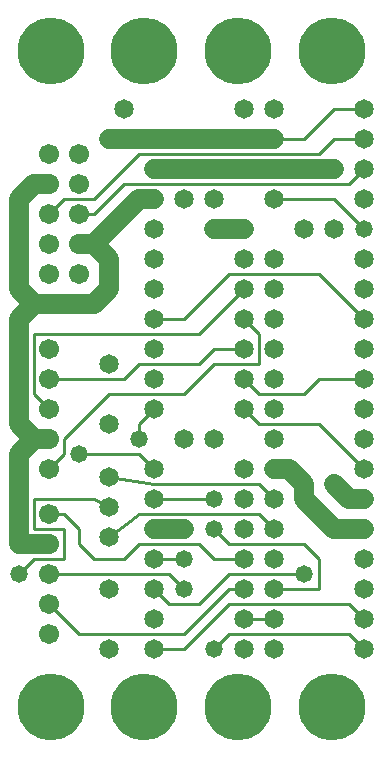
<source format=gbl>
%MOIN*%
%FSLAX25Y25*%
G04 D10 used for Character Trace; *
G04     Circle (OD=.01000) (No hole)*
G04 D11 used for Power Trace; *
G04     Circle (OD=.06500) (No hole)*
G04 D12 used for Signal Trace; *
G04     Circle (OD=.01100) (No hole)*
G04 D13 used for Via; *
G04     Circle (OD=.05800) (Round. Hole ID=.02800)*
G04 D14 used for Component hole; *
G04     Circle (OD=.06500) (Round. Hole ID=.03500)*
G04 D15 used for Component hole; *
G04     Circle (OD=.06700) (Round. Hole ID=.04300)*
G04 D16 used for Component hole; *
G04     Circle (OD=.08100) (Round. Hole ID=.05100)*
G04 D17 used for Component hole; *
G04     Circle (OD=.08900) (Round. Hole ID=.05900)*
G04 D18 used for Component hole; *
G04     Circle (OD=.11300) (Round. Hole ID=.08300)*
G04 D19 used for Component hole; *
G04     Circle (OD=.16000) (Round. Hole ID=.13000)*
G04 D20 used for Component hole; *
G04     Circle (OD=.18300) (Round. Hole ID=.15300)*
G04 D21 used for Component hole; *
G04     Circle (OD=.22291) (Round. Hole ID=.19291)*
%ADD10C,.01000*%
%ADD11C,.06500*%
%ADD12C,.01100*%
%ADD13C,.05800*%
%ADD14C,.06500*%
%ADD15C,.06700*%
%ADD16C,.08100*%
%ADD17C,.08900*%
%ADD18C,.11300*%
%ADD19C,.16000*%
%ADD20C,.18300*%
%ADD21C,.22291*%
%IPPOS*%
%LPD*%
G90*X0Y0D02*D21*X15625Y15625D03*D14*              
X35000Y35000D03*D12*X25000Y40000D02*X60000D01*    
X75000Y55000D01*X80000D01*D14*D03*D12*            
X65000Y50000D02*X75000Y60000D01*X55000Y50000D02*  
X65000D01*X55000D02*X50000Y55000D01*D14*D03*D12*  
X60000D02*X55000Y60000D01*D13*X60000Y55000D03*D12*
X15000Y60000D02*X55000D01*D15*X15000D03*D12*      
X10000Y65000D02*X20000D01*X5000Y60000D02*         
X10000Y65000D01*D13*X5000Y60000D03*D15*           
X15000Y50000D03*D12*X25000Y40000D01*D15*X15000D03*
D14*X35000Y55000D03*X50000Y65000D03*D12*X60000D01*
D13*D03*D12*X70000D02*X65000Y70000D01*            
X70000Y65000D02*X80000D01*D14*D03*D12*            
X75000Y70000D02*X100000D01*X105000Y65000D01*      
Y55000D01*X90000D01*D14*D03*X80000Y45000D03*D12*  
X90000D01*D14*D03*X80000Y35000D03*X90000D03*D12*  
X75000Y60000D02*X100000D01*D13*D03*D14*           
X90000Y65000D03*D12*X120000Y45000D02*             
X115000Y50000D01*D14*X120000Y45000D03*D12*        
X75000Y50000D02*X115000D01*X60000Y35000D02*       
X75000Y50000D01*X50000Y35000D02*X60000D01*D14*    
X50000D03*Y45000D03*D21*X46875Y15625D03*D13*      
X70000Y35000D03*D12*X75000Y40000D01*X115000D01*   
X120000Y35000D01*D14*D03*D21*X109375Y15625D03*D14*
X120000Y55000D03*Y65000D03*X80000Y75000D03*       
X120000D03*D11*X110000D01*X100000Y85000D01*       
Y90000D01*X95000Y95000D01*X90000D01*D14*D03*D12*  
Y85000D02*X85000Y90000D01*D14*X90000Y85000D03*D12*
X50000Y90000D02*X85000D01*X35000Y92500D02*        
X50000Y90000D01*D14*X35000Y92500D03*D12*Y82500D02*
X30000Y85000D01*D14*X35000Y82500D03*D12*          
X10000Y85000D02*X30000D01*X10000Y75000D02*        
Y85000D01*Y75000D02*X20000D01*Y65000D01*X30000D02*
X25000Y70000D01*X30000Y65000D02*X40000D01*        
X45000Y70000D01*X65000D01*D13*X70000Y75000D03*D12*
X75000Y70000D01*X90000Y75000D02*X85000Y80000D01*  
D14*X90000Y75000D03*D12*X45000Y80000D02*X85000D01*
X35000Y72500D02*X45000Y80000D01*D14*              
X35000Y72500D03*D12*X25000Y70000D02*Y75000D01*    
X20000Y80000D01*X15000D01*D15*D03*D11*            
X5000Y70000D02*X15000D01*D15*D03*D11*X5000D02*    
Y100000D01*X10000Y105000D01*X15000D01*D15*D03*D12*
Y95000D02*X20000Y100000D01*D15*X15000Y95000D03*   
D12*X20000Y100000D02*Y105000D01*X35000Y120000D01* 
X60000D01*X70000Y130000D01*X85000D01*Y140000D01*  
X80000Y145000D01*D14*D03*X90000Y135000D03*        
Y155000D03*D12*X65000Y130000D02*X70000Y135000D01* 
X45000Y130000D02*X65000D01*X40000Y125000D02*      
X45000Y130000D01*X15000Y125000D02*X40000D01*D15*  
X15000D03*D12*Y115000D02*X10000Y120000D01*D15*    
X15000Y115000D03*D12*X10000Y120000D02*Y140000D01* 
X65000D01*X80000Y155000D01*D14*D03*D12*           
X60000Y145000D02*X75000Y160000D01*                
X50000Y145000D02*X60000D01*D14*X50000D03*         
Y155000D03*Y135000D03*X35000Y130000D03*D11*       
X30000Y150000D02*X35000Y155000D01*                
X10000Y150000D02*X30000D01*X5000Y145000D02*       
X10000Y150000D01*X5000Y110000D02*Y145000D01*      
X10000Y105000D02*X5000Y110000D01*D13*             
X25000Y100000D03*D12*X45000D01*X50000Y95000D01*   
D14*D03*X60000Y105000D03*X50000Y85000D03*D12*     
X70000D01*D13*D03*D14*X80000Y95000D03*D13*        
X60000Y75000D03*D11*X50000D01*D14*D03*            
X70000Y105000D03*D13*X45000D03*D12*Y110000D01*    
X50000Y115000D01*D14*D03*Y125000D03*              
X35000Y110000D03*D12*X70000Y135000D02*X80000D01*  
D14*D03*X90000Y125000D03*Y145000D03*              
X80000Y125000D03*D12*X85000Y120000D01*X100000D01* 
X105000Y125000D01*X120000D01*D14*D03*Y135000D03*  
Y115000D03*D12*Y95000D02*X105000Y110000D01*D14*   
X120000Y95000D03*D11*X115000Y85000D02*X120000D01* 
D14*D03*D11*X115000D02*X110000Y90000D01*D13*D03*  
D14*X120000Y105000D03*X90000D03*D12*              
X85000Y110000D02*X105000D01*X85000D02*            
X80000Y115000D01*D14*D03*X90000D03*               
X80000Y85000D03*X120000Y155000D03*Y145000D03*D12* 
X105000Y160000D01*X75000D01*D14*X80000Y165000D03* 
Y175000D03*D11*X70000D01*D13*D03*D14*             
X60000Y185000D03*X70000D03*X90000Y195000D03*D11*  
X70000D01*D14*D03*D11*X50000D01*D13*D03*D12*      
X30000Y185000D02*X45000Y200000D01*                
X20000Y185000D02*X30000D01*X15000Y180000D02*      
X20000Y185000D01*D15*X15000Y180000D03*            
X25000Y170000D03*D11*X30000D01*X35000Y165000D01*  
Y155000D01*D15*X25000Y160000D03*D11*              
X30000Y170000D02*X45000Y185000D01*X50000D01*D13*  
D03*D12*X30000Y180000D02*X40000Y190000D01*        
X25000Y180000D02*X30000D01*D15*X25000D03*         
X15000Y190000D03*D11*X10000D01*X5000Y185000D01*   
Y155000D01*X10000Y150000D01*D15*X15000Y160000D03* 
Y135000D03*Y170000D03*D12*X40000Y190000D02*       
X115000D01*X120000Y195000D01*D14*D03*D12*         
X105000Y200000D02*X110000Y205000D01*              
X45000Y200000D02*X105000D01*D13*X35000Y205000D03* 
D11*X70000D01*D14*D03*D11*X90000D01*D14*D03*D12*  
X100000D01*X110000Y215000D01*X120000D01*D14*D03*  
D12*X110000Y205000D02*X120000D01*D14*D03*D13*     
X110000Y195000D03*D11*X90000D01*D14*Y185000D03*   
D12*X110000D01*X120000Y175000D01*D13*D03*D14*     
Y185000D03*X110000Y175000D03*X120000Y165000D03*   
X100000Y175000D03*X90000Y165000D03*               
X80000Y215000D03*X90000D03*D21*X109375Y234375D03* 
X78125D03*D14*X50000Y175000D03*Y165000D03*D21*    
X46875Y234375D03*D14*X40000Y215000D03*D15*        
X25000Y200000D03*Y190000D03*D21*X15625Y234375D03* 
D15*X15000Y200000D03*D21*X78125Y15625D03*M02*     

</source>
